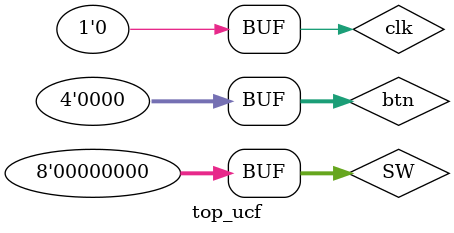
<source format=v>
`timescale 1ns / 1ps


module top_ucf;

	// Inputs
	reg clk;
	reg [7:0] SW;
	reg [3:0] btn;

	// Outputs
	wire [3:0] AN;
	wire [7:0] SEGMENT;
	wire BTNX4;

	// Instantiate the Unit Under Test (UUT)
	top uut (
		.clk(clk), 
		.SW(SW), 
		.btn(btn), 
		.AN(AN), 
		.SEGMENT(SEGMENT), 
		.BTNX4(BTNX4)
	);

	initial begin
		// Initialize Inputs
		clk = 0;
		SW = 0;
		btn = 0;

		// Wait 100 ns for global reset to finish
		#100;
        
		// Add stimulus here

	end
      
endmodule


</source>
